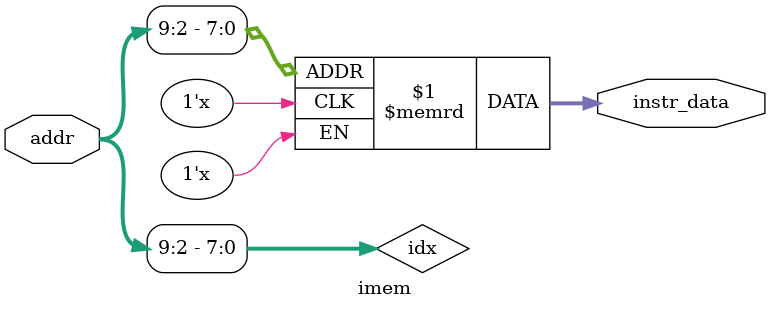
<source format=v>
module imem (addr,instr_data);
input [31:0] addr;
output [31:0] instr_data;

    reg [31:0] imem [0:255];      // 1 KB = 256 words
    wire [7:0] idx = addr[9:2];   // word index

    assign instr_data = imem[idx];

endmodule

</source>
